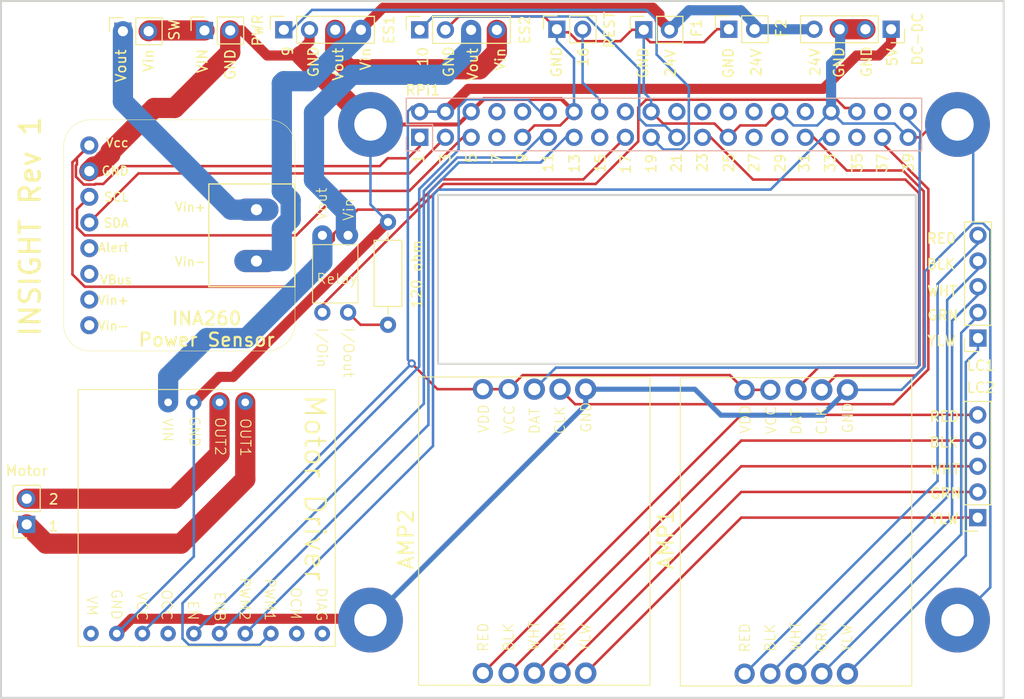
<source format=kicad_pcb>
(kicad_pcb (version 20221018) (generator pcbnew)
  (layers (0 "F.Cu" signal) (31 "B.Cu" signal) (34 "B.Paste" user) (35 "F.Paste" user) (36 "B.SilkS" user "B.Silkscreen") (37 "F.SilkS" user "F.Silkscreen") (38 "B.Mask" user) (39 "F.Mask" user) (44 "Edge.Cuts" user))
  (net 0 "")
  (net 1 "GND")
  (net 2 "+5V")
  (net 3 "Net-(J1-DAT)")
  (net 4 "Net-(J1-CLK)")
  (net 5 "Net-(J1-RED)")
  (net 6 "Net-(J1-BLK)")
  (net 7 "Net-(J1-WHT)")
  (net 8 "Net-(J1-GRN)")
  (net 9 "Net-(J1-YLW)")
  (net 10 "Net-(J2-DAT)")
  (net 11 "Net-(J2-CLK)")
  (net 12 "Net-(J12-Pin_5)")
  (net 13 "Net-(J12-Pin_4)")
  (net 14 "Net-(J12-Pin_3)")
  (net 15 "Net-(J12-Pin_2)")
  (net 16 "Net-(J12-Pin_1)")
  (net 17 "Net-(J3-VIN)")
  (net 18 "Net-(J4-V_out)")
  (net 19 "Net-(J10-GPIO)")
  (net 20 "Net-(J11-OUT1)")
  (net 21 "Net-(J11-OUT2)")
  (net 22 "+3.3V")
  (net 23 "Net-(PS1-SCL)")
  (net 24 "Net-(PS1-SDA)")
  (net 29 "Net-(U1-I{slash}O_out)")
  (net 33 "Net-(RPi1-IO17)")
  (net 34 "Net-(RPi1-IO18)")
  (net 35 "Net-(RPi1-IO27)")
  (net 45 "Net-(RPi1-IO13)")
  (net 47 "Net-(RPi1-IO16)")
  (net 49 "Net-(U1-V_out)")
  (net 54 "Net-(J5-GPIO_9)")
  (net 55 "Net-(J5-Vout)")
  (net 56 "Net-(J14-Vout)")
  (net 57 "Net-(J14-Vin)")
  (net 58 "Net-(J14-GPIO_10)")
  (footprint "Library:MOSFET Relay" (layer "F.Cu") (at 96.52 64.77)
    (fp_text reference "U1" hide)
    (fp_text value "~" hide)
  )
  (footprint "Connector_PinSocket_2.54mm:PinSocket_1x02_P2.54mm_Vertical" (layer "F.Cu") (at 66.04 89.54 180)
    (fp_text reference "J11" hide)
    (fp_text value "Motor")
  )
  (footprint "Connector_PinSocket_2.54mm:PinSocket_1x02_P2.54mm_Vertical" (layer "F.Cu") (at 135.41 40.5804 90)
    (fp_text reference "J8" hide)
    (fp_text value "Fan 2" hide)
  )
  (footprint "MountingHole:MountingHole_3.2mm_M3_Pad" (layer "F.Cu") (at 100 99)
    (fp_text reference "H3" hide)
    (fp_text value "MountingHole_Pad" hide)
  )
  (footprint "Connector_PinSocket_2.54mm:PinSocket_1x05_P2.54mm_Vertical" (layer "F.Cu") (at 159.995 88.87 180)
    (fp_text reference "J13" hide)
    (fp_text value locked "Load Cell 2")
  )
  (footprint "Connector_PinSocket_2.54mm:PinSocket_1x04_P2.54mm_Vertical" (layer "F.Cu") (at 104.8646 40.6465 90)
    (fp_text reference "J5" hide)
    (fp_text value "ES2")
  )
  (footprint "Connector_PinSocket_2.54mm:PinSocket_1x02_P2.54mm_Vertical" (layer "F.Cu") (at 83.6027 40.7027 90)
    (fp_text reference "J3" hide)
    (fp_text value "Power In" hide)
  )
  (footprint "Connector_PinSocket_2.54mm:PinSocket_1x02_P2.54mm_Vertical" (layer "F.Cu") (at 118.4206 40.5854 90)
    (fp_text reference "J10" hide)
    (fp_text value "Rest Switch" hide)
  )
  (footprint "MountingHole:MountingHole_3.2mm_M3_Pad" (layer "F.Cu") (at 100 50)
    (fp_text reference "H1" hide)
    (fp_text value "MountingHole_Pad" hide)
  )
  (footprint "Library:HX711 Amplifier" (layer "F.Cu") (at 142.0464 90.2681 90)
    (fp_text reference "J2" hide)
    (fp_text value "HX711 AMP 1" hide)
  )
  (footprint "Connector_PinSocket_2.54mm:PinSocket_1x04_P2.54mm_Vertical" (layer "F.Cu") (at 151.4406 40.5854 -90)
    (fp_text reference "J9" hide)
    (fp_text value "DC-DC Converter" hide)
  )
  (footprint "MountingHole:MountingHole_3.2mm_M3_Pad" (layer "F.Cu") (at 158 50)
    (fp_text reference "H2" hide)
    (fp_text value "MountingHole_Pad" hide)
  )
  (footprint "Connector_PinSocket_2.54mm:PinSocket_1x04_P2.54mm_Vertical" (layer "F.Cu") (at 91.44 40.64 90)
    (fp_text reference "J14" hide)
    (fp_text value "ES1")
  )
  (footprint "Library:Motor_Driver" (layer "F.Cu") (at 83.82 88.9 -90)
    (fp_text reference "U2" hide)
    (fp_text value "~")
  )
  (footprint "Resistor_THT:R_Axial_DIN0207_L6.3mm_D2.5mm_P10.16mm_Horizontal" (layer "F.Cu") (at 101.7331 59.6417 -90)
    (fp_text reference "120 ohm")
    (fp_text value "R")
  )
  (footprint "Library:HX711 Amplifier" (layer "F.Cu") (at 116.1893 90.203 90)
    (fp_text reference "J1" hide)
    (fp_text value "HX711 AMP 2" hide)
  )
  (footprint "Connector_PinSocket_2.54mm:PinSocket_1x02_P2.54mm_Vertical" (layer "F.Cu") (at 127 40.64 90)
    (fp_text reference "J7" hide)
    (fp_text value "Fan 1" hide)
  )
  (footprint "Library:Power Sensor" (layer "F.Cu") (at 78.74 62.4088 -90)
    (fp_text reference "PS1" hide)
    (fp_text value "~" hide)
  )
  (footprint "Connector_PinSocket_2.54mm:PinSocket_1x02_P2.54mm_Vertical" (layer "F.Cu") (at 75.5449 40.7769 90)
    (fp_text reference "J4" hide)
    (fp_text value "SW")
  )
  (footprint "Connector_PinSocket_2.54mm:PinSocket_1x05_P2.54mm_Vertical" (layer "F.Cu") (at 160.02 71.12 180)
    (fp_text reference "J12" hide)
    (fp_text value "Load Cell 1" hide)
  )
  (footprint "MountingHole:MountingHole_3.2mm_M3_Pad" (layer "F.Cu") (at 158 99)
    (fp_text reference "H4" hide)
    (fp_text value "MountingHole_Pad" hide)
  )
  (footprint "Connector_PinSocket_2.54mm:PinSocket_2x20_P2.54mm_Vertical" (layer "B.Cu") (at 104.87 51.27 -90)
    (fp_text reference "RPi1")
    (fp_text value "~")
  )
  (gr_rect (start 106.68 56.968374) (end 153.879888 73.66) (stroke (width 0.2)) (fill none) (layer "Edge.Cuts"))
  (gr_rect (start 63.5 37.791776) (end 162.56 106.68) (stroke (width 0.2)) (fill none) (layer "Edge.Cuts"))
  (gr_text "GRN" (at 155.212468 87.060125) (layer "F.SilkS") (effects (font (size 1 1)) (justify left bottom)))
  (gr_text "13" (at 120.747995 54.920751 90) (layer "F.SilkS") (effects (font (size 1 1)) (justify left bottom)))
  (gr_text "9" (at 115.579305 53.913481 90) (layer "F.SilkS") (effects (font (size 1 1)) (justify left bottom)))
  (gr_text "GRN" (at 154.928892 69.455697) (layer "F.SilkS") (effects (font (size 1 1)) (justify left bottom)))
  (gr_text "RED" (at 155.142248 79.455662) (layer "F.SilkS") (effects (font (size 1 1)) (justify left bottom)))
  (gr_text "GND\n" (at 118.976041 45.441823 90) (layer "F.SilkS") (effects (font (size 1 1)) (justify left bottom)))
  (gr_text "PWR" (at 89.446296 42.36572 90) (layer "F.SilkS") (effects (font (size 1 1)) (justify left bottom)))
  (gr_text "37" (at 151.132415 54.865378 90) (layer "F.SilkS") (effects (font (size 1 1)) (justify left bottom)))
  (gr_text "GND\n" (at 108.320394 45.427758 90) (layer "F.SilkS") (effects (font (size 1 1)) (justify left bottom)))
  (gr_text "24V\n" (at 130.224728 45.41619 90) (layer "F.SilkS") (effects (font (size 1 1)) (justify left bottom)))
  (gr_text "15" (at 123.291902 54.891342 90) (layer "F.SilkS") (effects (font (size 1 1)) (justify left bottom)))
  (gr_text "GND\n" (at 149.60543 45.426049 90) (layer "F.SilkS") (effects (font (size 1 1)) (justify left bottom)))
  (gr_text "YLW" (at 154.928892 71.976151) (layer "F.SilkS") (effects (font (size 1 1)) (justify left bottom)))
  (gr_text "GND\n" (at 127.500174 45.531855 90) (layer "F.SilkS") (effects (font (size 1 1)) (justify left bottom)))
  (gr_text "1" (at 68.101746 90.296744) (layer "F.SilkS") (effects (font (size 1 1)) (justify left bottom)))
  (gr_text "Vout" (at 97.386845 45.771186 90) (layer "F.SilkS") (effects (font (size 1 1)) (justify left bottom)))
  (gr_text "YLW" (at 155.212468 89.580579) (layer "F.SilkS") (effects (font (size 1 1)) (justify left bottom)))
  (gr_text "33" (at 146.004163 54.854349 90) (layer "F.SilkS") (effects (font (size 1 1)) (justify left bottom)))
  (gr_text "19" (at 128.323419 54.92052 90) (layer "F.SilkS") (effects (font (size 1 1)) (justify left bottom)))
  (gr_text "29" (at 141.072364 54.898463 90) (layer "F.SilkS") (effects (font (size 1 1)) (justify left bottom)))
  (gr_text "GND\n" (at 94.954137 45.420516 90) (layer "F.SilkS") (effects (font (size 1 1)) (justify left bottom)))
  (gr_text "24V" (at 144.525405 45.319661 90) (layer "F.SilkS") (effects (font (size 1 1)) (justify left bottom)))
  (gr_text "7" (at 113.11329 53.968393 90) (layer "F.SilkS") (effects (font (size 1 1)) (justify left bottom)))
  (gr_text "VIN" (at 83.986209 45.017392 90) (layer "F.SilkS") (effects (font (size 1 1)) (justify left bottom)))
  (gr_text "WHT" (at 154.912413 67.064152) (layer "F.SilkS") (effects (font (size 1 1)) (justify left bottom)))
  (gr_text "24V\n" (at 138.704628 45.356545 90) (layer "F.SilkS") (effects (font (size 1 1)) (justify left bottom)))
  (gr_text "Vin\n" (at 100.106322 44.745862 90) (layer "F.SilkS") (effects (font (size 1 1)) (justify left bottom)))
  (gr_text "REST" (at 124.205579 42.546425 90) (layer "F.SilkS") (effects (font (size 1 1)) (justify left bottom)))
  (gr_text "F1" (at 132.812911 41.468016 90) (layer "F.SilkS") (effects (font (size 1 1)) (justify left bottom)))
  (gr_text "5" (at 110.554679 53.916927 90) (layer "F.SilkS") (effects (font (size 1 1)) (justify left bottom)))
  (gr_text "31" (at 143.445551 54.843321 90) (layer "F.SilkS") (effects (font (size 1 1)) (justify left bottom)))
  (gr_text "39" (at 153.746169 54.832292 90) (layer "F.SilkS") (effects (font (size 1 1)) (justify left bottom)))
  (gr_text "BLK" (at 154.858672 64.403952) (layer "F.SilkS") (effects (font (size 1 1)) (justify left bottom)))
  (gr_text "5V\n" (at 152.145443 44.362169 90) (layer "F.SilkS") (effects (font (size 1 1)) (justify left bottom)))
  (gr_text "35" (at 148.684088 54.832292 90) (layer "F.SilkS") (effects (font (size 1 1)) (justify left bottom)))
  (gr_text "LC2" (at 158.812247 76.604191) (layer "F.SilkS") (effects (font (size 1 1)) (justify left bottom)))
  (gr_text "3" (at 107.983423 53.935538 90) (layer "F.SilkS") (effects (font (size 1 1)) (justify left bottom)))
  (gr_text "23" (at 133.3855 54.821264 90) (layer "F.SilkS") (effects (font (size 1 1)) (justify left bottom)))
  (gr_text "Vout" (at 110.688438 45.803657 90) (layer "F.SilkS") (effects (font (size 1 1)) (justify left bottom)))
  (gr_text "27" (at 138.480667 54.854349 90) (layer "F.SilkS") (effects (font (size 1 1)) (justify left bottom)))
  (gr_text "BLK" (at 155.142248 82.00838) (layer "F.SilkS") (effects (font (size 1 1)) (justify left bottom)))
  (gr_text "GND\n" (at 135.942349 45.5574 90) (layer "F.SilkS") (effects (font (size 1 1)) (justify left bottom)))
  (gr_text "LC1" (at 158.812247 74.42608) (layer "F.SilkS") (effects (font (size 1 1)) (justify left bottom)))
  (gr_text "GND\n" (at 146.879239 45.479243 90) (layer "F.SilkS") (effects (font (size 1 1)) (justify left bottom)))
  (gr_text "F2" (at 141.16614 41.480193 90) (layer "F.SilkS") (effects (font (size 1 1)) (justify left bottom)))
  (gr_text "Vin\n" (at 113.407915 44.778333 90) (layer "F.SilkS") (effects (font (size 1 1)) (justify left bottom)))
  (gr_text "1" (at 105.37794 53.960353 90) (layer "F.SilkS") (effects (font (size 1 1)) (justify left bottom)))
  (gr_text "Vin\n" (at 78.659808 44.900559 90) (layer "F.SilkS") (effects (font (size 1 1)) (justify left bottom)))
  (gr_text "Vout" (at 75.940331 45.925883 90) (layer "F.SilkS") (effects (font (size 1 1)) (justify left bottom)))
  (gr_text "RED" (at 154.858672 61.851234) (layer "F.SilkS") (effects (font (size 1 1)) (justify left bottom)))
  (gr_text "INSIGHT Rev 1" (at 67.550636 71.12 90) (layer "F.SilkS") (effects (font (size 2 2) (thickness 0.3)) (justify left bottom)))
  (gr_text "DC-DC" (at 154.631548 44.268078 90) (layer "F.SilkS") (effects (font (size 1 1)) (justify left bottom)))
  (gr_text "10" (at 105.766187 44.332729 90) (layer "F.SilkS") (effects (font (size 1 1)) (justify left bottom)))
  (gr_text "GND\n" (at 86.732977 45.695166 90) (layer "F.SilkS") (effects (font (size 1 1)) (justify left bottom)))
  (gr_text "WHT" (at 155.195989 84.66858) (layer "F.SilkS") (effects (font (size 1 1)) (justify left bottom)))
  (gr_text "11" (at 118.123212 54.825171 90) (layer "F.SilkS") (effects (font (size 1 1)) (justify left bottom)))
  (gr_text "9" (at 92.420504 43.334238 90) (layer "F.SilkS") (effects (font (size 1 1)) (justify left bottom)))
  (gr_text "16" (at 121.61177 44.374405 90) (layer "F.SilkS") (effects (font (size 1 1)) (justify left bottom)))
  (gr_text "21" (at 130.826889 54.865378 90) (layer "F.SilkS") (effects (font (size 1 1)) (justify left bottom)))
  (gr_text "25" (at 135.999254 54.832292 90) (layer "F.SilkS") (effects (font (size 1 1)) (justify left bottom)))
  (gr_text "17" (at 125.786865 54.975663 90) (layer "F.SilkS") (effects (font (size 1 1)) (justify left bottom)))
  (gr_text "2" (at 68.129144 87.639176) (layer "F.SilkS") (effects (font (size 1 1)) (justify left bottom)))
  (segment (start 153.13 51.27) (end 154.3069 51.27) (width 0.25) (layer "F.Cu") (net 1))
  (segment (start 73.08915 54.158956) (end 72.674944 54.158956) (width 2) (layer "F.Cu") (net 1))
  (segment (start 108.68 50) (end 100 50) (width 0.4) (layer "F.Cu") (net 1))
  (segment (start 100 50) (end 93.18 43.18) (width 2) (layer "F.Cu") (net 1))
  (segment (start 155.5769 50) (end 154.3069 51.27) (width 0.25) (layer "F.Cu") (net 1))
  (segment (start 101.7331 59.6417) (end 86.4219 74.9529) (width 1) (layer "F.Cu") (net 1))
  (segment (start 86.1427 42.875866) (end 80.651358 48.367208) (width 2) (layer "F.Cu") (net 1))
  (segment (start 108.7296 39.3215) (end 117.1567 39.3215) (width 0.25) (layer "F.Cu") (net 1))
  (segment (start 119.5975 40.8867) (end 120.4731 41.7623) (width 0.25) (layer "F.Cu") (net 1))
  (segment (start 86.1427 40.7027) (end 87.3196 40.7027) (width 1) (layer "F.Cu") (net 1))
  (segment (start 118.4206 40.5854) (end 118.7219 40.8867) (width 0.25) (layer "F.Cu") (net 1))
  (segment (start 89.7969 43.18) (end 92.6154 43.18) (width 1) (layer "F.Cu") (net 1))
  (segment (start 124.7008 41.7623) (end 125.8231 40.64) (width 0.25) (layer "F.Cu") (net 1))
  (segment (start 74.312857 52.935249) (end 73.08915 54.158956) (width 2) (layer "F.Cu") (net 1))
  (segment (start 93.98 41.8154) (end 93.98 40.64) (width 1) (layer "F.Cu") (net 1))
  (segment (start 158 50) (end 155.5769 50) (width 0.25) (layer "F.Cu") (net 1))
  (segment (start 125.8231 40.64) (end 126.4116 40.64) (width 0.25) (layer "F.Cu") (net 1))
  (segment (start 99.868 98.868) (end 100 99) (width 1) (layer "F.Cu") (net 1))
  (segment (start 118.86 47.48) (end 120.11 48.73) (width 0.4) (layer "F.Cu") (net 1))
  (segment (start 117.1567 39.3215) (end 118.4206 40.5854) (width 0.25) (layer "F.Cu") (net 1))
  (segment (start 109.95 48.73) (end 108.68 50) (width 0.4) (layer "F.Cu") (net 1))
  (segment (start 109.95 48.73) (end 111.2 47.48) (width 0.4) (layer "F.Cu") (net 1))
  (segment (start 92.6154 43.18) (end 93.98 41.8154) (width 1) (layer "F.Cu") (net 1))
  (segment (start 127.6386 41.867) (end 132.9465 41.867) (width 0.25) (layer "F.Cu") (net 1))
  (segment (start 84.484419 98.868) (end 99.868 98.868) (width 1) (layer "F.Cu") (net 1))
  (segment (start 78.632792 48.367208) (end 74.312857 52.687143) (width 2) (layer "F.Cu") (net 1))
  (segment (start 133.985 49.905) (end 135.35 51.27) (width 0.25) (layer "F.Cu") (net 1))
  (segment (start 107.4046 40.6465) (end 108.7296 39.3215) (width 0.25) (layer "F.Cu") (net 1))
  (segment (start 128.905 49.905) (end 133.985 49.905) (width 0.25) (layer "F.Cu") (net 1))
  (segment (start 127 40.64) (end 126.4116 40.64) (width 0.25) (layer "F.Cu") (net 1))
  (segment (start 76.392 98.868) (end 83.155581 98.868) (width 1) (layer "F.Cu") (net 1))
  (segment (start 80.651358 48.367208) (end 78.632792 48.367208) (width 2) (layer "F.Cu") (net 1))
  (segment (start 140.43 48.73) (end 139.065 50.095) (width 0.25) (layer "F.Cu") (net 1))
  (segment (start 72.674944 54.158956) (end 72.2239 54.61) (width 2) (layer "F.Cu") (net 1))
  (segment (start 148.9006 40.5854) (end 146.3606 40.5854) (width 2) (layer "F.Cu") (net 1))
  (segment (start 84.352419 99) (end 84.484419 98.868) (width 1) (layer "F.Cu") (net 1))
  (segment (start 74.93 100.33) (end 76.392 98.868) (width 1) (layer "F.Cu") (net 1))
  (segment (start 83.155581 98.868) (end 83.287581 99) (width 1) (layer "F.Cu") (net 1))
  (segment (start 136.525 50.095) (end 135.35 51.27) (width 0.25) (layer "F.Cu") (net 1))
  (segment (start 116.205 50.095) (end 118.745 50.095) (width 0.25) (layer "F.Cu") (net 1))
  (segment (start 126.4116 40.64) (end 127.6386 41.867) (width 0.25) (layer "F.Cu") (net 1))
  (segment (start 85.0671 74.9529) (end 82.55 77.47) (width 1) (layer "F.Cu") (net 1))
  (segment (start 111.2 47.48) (end 118.86 47.48) (width 0.4) (layer "F.Cu") (net 1))
  (segment (start 115.03 51.27) (end 116.205 50.095) (width 0.25) (layer "F.Cu") (net 1))
  (segment (start 86.4219 74.9529) (end 85.0671 74.9529) (width 1) (layer "F.Cu") (net 1))
  (segment (start 118.745 50.095) (end 120.11 48.73) (width 0.25) (layer "F.Cu") (net 1))
  (segment (start 86.1427 40.7027) (end 86.1427 42.875866) (width 2) (layer "F.Cu") (net 1))
  (segment (start 118.7219 40.8867) (end 119.5975 40.8867) (width 0.25) (layer "F.Cu") (net 1))
  (segment (start 83.287581 99) (end 84.352419 99) (width 1) (layer "F.Cu") (net 1))
  (segment (start 127.73 48.73) (end 128.905 49.905) (width 0.25) (layer "F.Cu") (net 1))
  (segment (start 139.065 50.095) (end 136.525 50.095) (width 0.25) (layer "F.Cu") (net 1))
  (segment (start 135.41 40.5804) (end 134.2331 40.5804) (width 0.25) (layer "F.Cu") (net 1))
  (segment (start 132.9465 41.867) (end 134.2331 40.5804) (width 0.25) (layer "F.Cu") (net 1))
  (segment (start 93.18 43.18) (end 92.6154 43.18) (width 0.25) (layer "F.Cu") (net 1))
  (segment (start 120.4731 41.7623) (end 124.7008 41.7623) (width 0.25) (layer "F.Cu") (net 1))
  (segment (start 74.312857 52.687143) (end 74.312857 52.935249) (width 2) (layer "F.Cu") (net 1))
  (segment (start 87.3196 40.7027) (end 89.7969 43.18) (width 1) (layer "F.Cu") (net 1))
  (segment (start 127 40.64) (end 127 46.8231) (width 0.25) (layer "B.Cu") (net 1))
  (segment (start 151.765 49.905) (end 153.13 51.27) (width 0.25) (layer "B.Cu") (net 1))
  (segment (start 154.7636 73.9429) (end 152.4719 76.2346) (width 0.25) (layer "B.Cu") (net 1))
  (segment (start 159.5488 51.5488) (end 159.5488 59.7547) (width 0.25) (layer "B.Cu") (net 1))
  (segment (start 118.4206 41.7623) (end 120.11 43.4517) (width 0.25) (layer "B.Cu") (net 1))
  (segment (start 159.5488 59.7547) (end 154.7636 64.5399) (width 0.25) (layer "B.Cu") (net 1))
  (segment (start 74.93 100.33) (end 82.55 92.71) (width 0.25) (layer "B.Cu") (net 1))
  (segment (start 132.0495 76.1695) (end 134.62 78.74) (width 0.5) (layer "B.Cu") (net 1))
  (segment (start 158 99) (end 161.2388 95.7612) (width 0.25) (layer "B.Cu") (net 1))
  (segment (start 146.400419 40.625219) (end 146.3606 40.5854) (width 0.25) (layer "B.Cu") (net 1))
  (segment (start 82.55 92.71) (end 82.55 77.47) (width 0.25) (layer "B.Cu") (net 1))
  (segment (start 127.73 48.73) (end 127.73 47.5531) (width 0.25) (layer "B.Cu") (net 1))
  (segment (start 144.7005 78.74) (end 144.78 78.6605) (width 0.25) (layer "B.Cu") (net 1))
  (segment (start 121.2693 76.1695) (end 132.0495 76.1695) (width 0.5) (layer "B.Cu") (net 1))
  (segment (start 101.7331 59.6417) (end 100 57.9086) (width 0.25) (layer "B.Cu") (net 1))
  (segment (start 120.11 43.4517) (end 120.11 48.73) (width 0.25) (layer "B.Cu") (net 1))
  (segment (start 144.78 78.581) (end 147.1264 76.2346) (width 0.5) (layer "B.Cu") (net 1))
  (segment (start 127 46.8231) (end 127.73 47.5531) (width 0.25) (layer "B.Cu") (net 1))
  (segment (start 154.7636 64.5399) (end 154.7636 73.9429) (width 0.25) (layer "B.Cu") (net 1))
  (segment (start 145.51 48.73) (end 145.51 43.99559) (width 1) (layer "B.Cu") (net 1))
  (segment (start 161.2388 95.7612) (end 161.2388 60.494) (width 0.25) (layer "B.Cu") (net 1))
  (segment (start 161.2388 60.494) (end 160.4995 59.7547) (width 0.25) (layer "B.Cu") (net 1))
  (segment (start 146.400419 43.105171) (end 146.400419 40.625219) (width 1) (layer "B.Cu") (net 1))
  (segment (start 118.4206 40.5854) (end 118.4206 41.7623) (width 0.25) (layer "B.Cu") (net 1))
  (segment (start 145.51 43.99559) (end 146.400419 43.105171) (width 1) (layer "B.Cu") (net 1))
  (segment (start 141.795 50.095) (end 144.145 50.095) (width 0.25) (layer "B.Cu") (net 1))
  (segment (start 160.4995 59.7547) (end 159.5488 59.7547) (width 0.25) (layer "B.Cu") (net 1))
  (segment (start 145.51 48.73) (end 146.685 49.905) (width 0.25) (layer "B.Cu") (net 1))
  (segment (start 152.4719 76.2346) (end 147.1264 76.2346) (width 0.25) (layer "B.Cu") (net 1))
  (segment (start 158 50) (end 159.5488 51.5488) (width 0.25) (layer "B.Cu") (net 1))
  (segment (start 144.78 78.6605) (end 144.78 78.581) (width 0.25) (layer "B.Cu") (net 1))
  (segment (start 100 99) (end 121.2693 77.7307) (width 0.5) (layer "B.Cu") (net 1))
  (segment (start 144.145 50.095) (end 145.51 48.73) (width 0.25) (layer "B.Cu") (net 1))
  (segment (start 134.62 78.74) (end 144.7005 78.74) (width 0.5) (layer "B.Cu") (net 1))
  (segment (start 100 57.9086) (end 100 50) (width 0.25) (layer "B.Cu") (net 1))
  (segment (start 146.685 49.905) (end 151.765 49.905) (width 0.25) (layer "B.Cu") (net 1))
  (segment (start 121.2693 77.7307) (end 121.2693 76.1695) (width 0.5) (layer "B.Cu") (net 1))
  (segment (start 140.43 48.73) (end 141.795 50.095) (width 0.25) (layer "B.Cu") (net 1))
  (segment (start 115.043 74.7758) (end 135.5076 74.7758) (width 0.25) (layer "F.Cu") (net 2))
  (segment (start 113.6493 76.1695) (end 115.043 74.7758) (width 0.25) (layer "F.Cu") (net 2))
  (segment (start 106.6206 76.1695) (end 104.0808 73.6297) (width 0.25) (layer "F.Cu") (net 2))
  (segment (start 113.6493 76.1695) (end 111.1093 76.1695) (width 0.25) (layer "F.Cu") (net 2))
  (segment (start 144.739218 46.477682) (end 109.662318 46.477682) (width 1) (layer "F.Cu") (net 2))
  (segment (start 135.5076 74.7758) (end 136.9664 76.2346) (width 0.25) (layer "F.Cu") (net 2))
  (segment (start 148.0369 43.18) (end 144.739218 46.477682) (width 1) (layer "F.Cu") (net 2))
  (segment (start 111.1093 76.1695) (end 106.6206 76.1695) (width 0.25) (layer "F.Cu") (net 2))
  (segment (start 139.5064 76.2346) (end 136.9664 76.2346) (width 0.25) (layer "F.Cu") (net 2))
  (segment (start 150.21845 43.18) (end 148.0369 43.18) (width 1) (layer "F.Cu") (net 2))
  (segment (start 109.662318 46.477682) (end 107.41 48.73) (width 1) (layer "F.Cu") (net 2))
  (segment (start 151.4406 41.95785) (end 150.21845 43.18) (width 1) (layer "F.Cu") (net 2))
  (segment (start 151.4406 40.5854) (end 151.4406 41.95785) (width 1) (layer "F.Cu") (net 2))
  (via (at 104.0808 73.6297) (size 0.8) (drill 0.4) (layers "F.Cu" "B.Cu") (net 2))
  (segment (start 104.0808 73.6297) (end 77.47 100.2405) (width 0.25) (layer "B.Cu") (net 2))
  (segment (start 103.695 48.705) (end 103.695 73.2439) (width 0.25) (layer "B.Cu") (net 2))
  (segment (start 104.14 48.26) (end 103.695 48.705) (width 0.25) (layer "B.Cu") (net 2))
  (segment (start 77.47 100.2405) (end 77.47 100.33) (width 0.25) (layer "B.Cu") (net 2))
  (segment (start 104.87 48.73) (end 107.41 48.73) (width 0.25) (layer "B.Cu") (net 2))
  (segment (start 105.3952 48.26) (end 104.14 48.26) (width 0.25) (layer "B.Cu") (net 2))
  (segment (start 103.695 73.2439) (end 104.0808 73.6297) (width 0.25) (layer "B.Cu") (net 2))
  (segment (start 153.13 48.73) (end 153.13 49.5391) (width 0.25) (layer "B.Cu") (net 3))
  (segment (start 154.2593 51.8051) (end 154.2593 73.8059) (width 0.25) (layer "B.Cu") (net 3))
  (segment (start 154.3132 51.7512) (end 154.2593 51.8051) (width 0.25) (layer "B.Cu") (net 3))
  (segment (start 154.3132 50.7223) (end 154.3132 51.7512) (width 0.25) (layer "B.Cu") (net 3))
  (segment (start 118.321 74.0378) (end 116.1893 76.1695) (width 0.25) (layer "B.Cu") (net 3))
  (segment (start 153.13 49.5391) (end 154.3132 50.7223) (width 0.25) (layer "B.Cu") (net 3))
  (segment (start 154.2593 73.8059) (end 154.0274 74.0378) (width 0.25) (layer "B.Cu") (net 3))
  (segment (start 154.0274 74.0378) (end 118.321 74.0378) (width 0.25) (layer "B.Cu") (net 3))
  (segment (start 151.6765 77.6554) (end 120.2152 77.6554) (width 0.25) (layer "F.Cu") (net 4))
  (segment (start 150.59 51.27) (end 150.59 51.8585) (width 0.25) (layer "F.Cu") (net 4))
  (segment (start 120.2152 77.6554) (end 118.7293 76.1695) (width 0.25) (layer "F.Cu") (net 4))
  (segment (start 150.59 51.8585) (end 155.1173 56.3858) (width 0.25) (layer "F.Cu") (net 4))
  (segment (start 155.1173 74.2146) (end 151.6765 77.6554) (width 0.25) (layer "F.Cu") (net 4))
  (segment (start 155.1173 56.3858) (end 155.1173 74.2146) (width 0.25) (layer "F.Cu") (net 4))
  (segment (start 111.1093 104.2365) (end 136.6358 78.71) (width 0.25) (layer "F.Cu") (net 5))
  (segment (start 136.6358 78.71) (end 159.995 78.71) (width 0.25) (layer "F.Cu") (net 5))
  (segment (start 159.995 81.25) (end 136.6358 81.25) (width 0.25) (layer "F.Cu") (net 6))
  (segment (start 136.6358 81.25) (end 113.6493 104.2365) (width 0.25) (layer "F.Cu") (net 6))
  (segment (start 136.6358 83.79) (end 116.1893 104.2365) (width 0.25) (layer "F.Cu") (net 7))
  (segment (start 159.995 83.79) (end 136.6358 83.79) (width 0.25) (layer "F.Cu") (net 7))
  (segment (start 136.6358 86.33) (end 118.7293 104.2365) (width 0.25) (layer "F.Cu") (net 8))
  (segment (start 159.995 86.33) (end 136.6358 86.33) (width 0.25) (layer "F.Cu") (net 8))
  (segment (start 136.6358 88.87) (end 121.2693 104.2365) (width 0.25) (layer "F.Cu") (net 9))
  (segment (start 159.995 88.87) (end 136.6358 88.87) (width 0.25) (layer "F.Cu") (net 9))
  (segment (start 137.791 55.442) (end 152.8496 55.442) (width 0.25) (layer "F.Cu") (net 10))
  (segment (start 154.2081 56.8005) (end 154.2081 73.8109) (width 0.25) (layer "F.Cu") (net 10))
  (segment (start 133.619 51.27) (end 137.791 55.442) (width 0.25) (layer "F.Cu") (net 10))
  (segment (start 153.9853 74.0337) (end 144.2473 74.0337) (width 0.25) (layer "F.Cu") (net 10))
  (segment (start 154.2081 73.8109) (end 153.9853 74.0337) (width 0.25) (layer "F.Cu") (net 10))
  (segment (start 152.8496 55.442) (end 154.2081 56.8005) (width 0.25) (layer "F.Cu") (net 10))
  (segment (start 144.2473 74.0337) (end 142.0464 76.2346) (width 0.25) (layer "F.Cu") (net 10))
  (segment (start 132.81 51.27) (end 133.619 51.27) (width 0.25) (layer "F.Cu") (net 10))
  (segment (start 145.9991 74.8219) (end 144.5864 76.2346) (width 0.25) (layer "F.Cu") (net 11))
  (segment (start 142.97 51.27) (end 143.7811 51.27) (width 0.25) (layer "F.Cu") (net 11))
  (segment (start 152.6108 54.5473) (end 154.6602 56.5967) (width 0.25) (layer "F.Cu") (net 11))
  (segment (start 154.6602 56.5967) (end 154.6602 74.0006) (width 0.25) (layer "F.Cu") (net 11))
  (segment (start 147.0584 54.5473) (end 152.6108 54.5473) (width 0.25) (layer "F.Cu") (net 11))
  (segment (start 143.7811 51.27) (end 147.0584 54.5473) (width 0.25) (layer "F.Cu") (net 11))
  (segment (start 154.6602 74.0006) (end 153.8389 74.8219) (width 0.25) (layer "F.Cu") (net 11))
  (segment (start 153.8389 74.8219) (end 145.9991 74.8219) (width 0.25) (layer "F.Cu") (net 11))
  (segment (start 156.0287 65.7604) (end 156.0287 85.2393) (width 0.25) (layer "B.Cu") (net 12))
  (segment (start 160.02 60.96) (end 160.02 61.7691) (width 0.25) (layer "B.Cu") (net 12))
  (segment (start 160.02 61.7691) (end 156.0287 65.7604) (width 0.25) (layer "B.Cu") (net 12))
  (segment (start 156.0287 85.2393) (end 136.9664 104.3016) (width 0.25) (layer "B.Cu") (net 12))
  (segment (start 156.9751 86.8329) (end 156.9751 67.354) (width 0.25) (layer "B.Cu") (net 13))
  (segment (start 156.9751 67.354) (end 160.02 64.3091) (width 0.25) (layer "B.Cu") (net 13))
  (segment (start 139.5064 104.3016) (end 156.9751 86.8329) (width 0.25) (layer "B.Cu") (net 13))
  (segment (start 160.02 64.3091) (end 160.02 63.5) (width 0.25) (layer "B.Cu") (net 13))
  (segment (start 157.4624 69.4067) (end 157.4624 88.8856) (width 0.25) (layer "B.Cu") (net 14))
  (segment (start 160.02 66.8491) (end 157.4624 69.4067) (width 0.25) (layer "B.Cu") (net 14))
  (segment (start 157.4624 88.8856) (end 142.0464 104.3016) (width 0.25) (layer "B.Cu") (net 14))
  (segment (start 160.02 66.04) (end 160.02 66.8491) (width 0.25) (layer "B.Cu") (net 14))
  (segment (start 158.3662 70.6016) (end 158.3662 90.5218) (width 0.25) (layer "B.Cu") (net 15))
  (segment (start 158.3662 90.5218) (end 144.5864 104.3016) (width 0.25) (layer "B.Cu") (net 15))
  (segment (start 160.02 68.58) (end 160.02 68.9478) (width 0.25) (layer "B.Cu") (net 15))
  (segment (start 160.02 68.9478) (end 158.3662 70.6016) (width 0.25) (layer "B.Cu") (net 15))
  (segment (start 158.8181 92.6099) (end 147.1264 104.3016) (width 0.25) (layer "B.Cu") (net 16))
  (segment (start 160.02 71.12) (end 160.02 72.2969) (width 0.25) (layer "B.Cu") (net 16))
  (segment (start 158.8181 73.4988) (end 158.8181 92.6099) (width 0.25) (layer "B.Cu") (net 16))
  (segment (start 160.02 72.2969) (end 158.8181 73.4988) (width 0.25) (layer "B.Cu") (net 16))
  (segment (start 83.6027 40.7027) (end 78.1591 40.7027) (width 2) (layer "F.Cu") (net 17))
  (segment (start 78.1591 40.7027) (end 78.0849 40.7769) (width 2) (layer "F.Cu") (net 17))
  (segment (start 75.5449 40.7769) (end 75.5449 47.7423) (width 2) (layer "B.Cu") (net 18))
  (segment (start 88.7339 58.42) (end 86.2226 58.42) (width 2) (layer "B.Cu") (net 18))
  (segment (start 75.5449 47.7423) (end 86.2226 58.42) (width 2) (layer "B.Cu") (net 18))
  (segment (start 120.9606 40.5854) (end 120.9606 45.8637) (width 0.25) (layer "B.Cu") (net 19))
  (segment (start 122.65 48.73) (end 122.65 47.5531) (width 0.25) (layer "B.Cu") (net 19))
  (segment (start 120.9606 45.8637) (end 122.65 47.5531) (width 0.25) (layer "B.Cu") (net 19))
  (segment (start 87.63 85.09) (end 81.28 91.44) (width 2) (layer "F.Cu") (net 20))
  (segment (start 87.63 77.47) (end 87.63 85.09) (width 2) (layer "F.Cu") (net 20))
  (segment (start 81.28 91.44) (end 67.94 91.44) (width 2) (layer "F.Cu") (net 20))
  (segment (start 67.94 91.44) (end 66.04 89.54) (width 2) (layer "F.Cu") (net 20))
  (segment (start 80.64 87) (end 66.04 87) (width 2) (layer "F.Cu") (net 21))
  (segment (start 85.09 77.47) (end 85.09 82.55) (width 2) (layer "F.Cu") (net 21))
  (segment (start 85.09 82.55) (end 80.64 87) (width 2) (layer "F.Cu") (net 21))
  (segment (start 71.675068 55.935) (end 72.772732 55.935) (width 0.25) (layer "F.Cu") (net 22))
  (segment (start 72.2239 52.07) (end 70.9982 53.2957) (width 0.25) (layer "F.Cu") (net 22))
  (segment (start 70.8989 55.158832) (end 71.675068 55.935) (width 0.25) (layer "F.Cu") (net 22))
  (segment (start 96.375 60.784009) (end 96.375 61.425991) (width 0.25) (layer "F.Cu") (net 22))
  (segment (start 125.19 51.27) (end 121.03 55.43) (width 0.25) (layer "F.Cu") (net 22))
  (segment (start 70.5566 53.737213) (end 72.223857 52.069956) (width 0.25) (layer "F.Cu") (net 22))
  (segment (start 71.777045 66.04) (end 70.5566 64.819555) (width 0.25) (layer "F.Cu") (net 22))
  (segment (start 107.036704 55.43) (end 104.046704 58.42) (width 0.25) (layer "F.Cu") (net 22))
  (segment (start 96.375 61.425991) (end 91.760991 66.04) (width 0.25) (layer "F.Cu") (net 22))
  (segment (start 101.6967 53.34) (end 103.6931 53.34) (width 0.25) (layer "F.Cu") (net 22))
  (segment (start 104.87 52.1631) (end 104.87 51.27) (width 0.25) (layer "F.Cu") (net 22))
  (segment (start 104.046704 58.42) (end 98.739009 58.42) (width 0.25) (layer "F.Cu") (net 22))
  (segment (start 70.9982 53.2957) (end 70.9982 53.961868) (width 0.25) (layer "F.Cu") (net 22))
  (segment (start 75.3697 54.1149) (end 100.9218 54.1149) (width 0.25) (layer "F.Cu") (net 22))
  (segment (start 70.8989 54.061168) (end 70.8989 55.158832) (width 0.25) (layer "F.Cu") (net 22))
  (segment (start 91.760991 66.04) (end 71.777045 66.04) (width 0.25) (layer "F.Cu") (net 22))
  (segment (start 103.6931 53.34) (end 104.87 52.1631) (width 0.25) (layer "F.Cu") (net 22))
  (segment (start 70.9982 53.961868) (end 70.8989 54.061168) (width 0.25) (layer "F.Cu") (net 22))
  (segment (start 72.827732 55.88) (end 73.6046 55.88) (width 0.25) (layer "F.Cu") (net 22))
  (segment (start 72.772732 55.935) (end 72.827732 55.88) (width 0.25) (layer "F.Cu") (net 22))
  (segment (start 121.03 55.43) (end 107.036704 55.43) (width 0.25) (layer "F.Cu") (net 22))
  (segment (start 98.739009 58.42) (end 96.375 60.784009) (width 0.25) (layer "F.Cu") (net 22))
  (segment (start 100.9218 54.1149) (end 101.6967 53.34) (width 0.25) (layer "F.Cu") (net 22))
  (segment (start 73.6046 55.88) (end 75.3697 54.1149) (width 0.25) (layer "F.Cu") (net 22))
  (segment (start 70.5566 64.819555) (end 70.5566 53.737213) (width 0.25) (layer "F.Cu") (net 22))
  (segment (start 97.0548 56.5665) (end 92.6613 60.96) (width 0.25) (layer "F.Cu") (net 23))
  (segment (start 109.95 51.27) (end 109.1389 51.27) (width 0.25) (layer "F.Cu") (net 23))
  (segment (start 92.6613 60.96) (end 71.764 60.96) (width 0.25) (layer "F.Cu") (net 23))
  (segment (start 71.0066 58.3673) (end 72.2239 57.15) (width 0.25) (layer "F.Cu") (net 23))
  (segment (start 103.8424 56.5665) (end 97.0548 56.5665) (width 0.25) (layer "F.Cu") (net 23))
  (segment (start 71.764 60.96) (end 71.0066 60.2026) (width 0.25) (layer "F.Cu") (net 23))
  (segment (start 109.1389 51.27) (end 103.8424 56.5665) (width 0.25) (layer "F.Cu") (net 23))
  (segment (start 71.0066 60.2026) (end 71.0066 58.3673) (width 0.25) (layer "F.Cu") (net 23))
  (segment (start 103.8438 54.8362) (end 107.41 51.27) (width 0.25) (layer "F.Cu") (net 24))
  (segment (start 72.2239 59.69) (end 77.0777 54.8362) (width 0.25) (layer "F.Cu") (net 24))
  (segment (start 77.0777 54.8362) (end 103.8438 54.8362) (width 0.25) (layer "F.Cu") (net 24))
  (segment (start 101.7331 69.8017) (end 99.0117 69.8017) (width 0.25) (layer "F.Cu") (net 29))
  (segment (start 99.0117 69.8017) (end 97.79 68.58) (width 0.25) (layer "F.Cu") (net 29))
  (segment (start 105.2714 56.5774) (end 105.2714 77.6086) (width 0.25) (layer "B.Cu") (net 33))
  (segment (start 108.5827 53.2661) (end 105.2714 56.5774) (width 0.25) (layer "B.Cu") (net 33))
  (segment (start 116.7413 51.27) (end 114.7452 53.2661) (width 0.25) (layer "B.Cu") (net 33))
  (segment (start 114.7452 53.2661) (end 108.5827 53.2661) (width 0.25) (layer "B.Cu") (net 33))
  (segment (start 117.57 51.27) (end 116.7413 51.27) (width 0.25) (layer "B.Cu") (net 33))
  (segment (start 105.2714 77.6086) (end 82.55 100.33) (width 0.25) (layer "B.Cu") (net 33))
  (segment (start 108.7155 48.2814) (end 108.7155 52.492) (width 0.25) (layer "B.Cu") (net 34))
  (segment (start 117.57 48.73) (end 116.7609 48.73) (width 0.25) (layer "B.Cu") (net 34))
  (segment (start 82.0644 101.4522) (end 89.0478 101.4522) (width 0.25) (layer "B.Cu") (net 34))
  (segment (start 115.5458 47.5149) (end 109.482 47.5149) (width 0.25) (layer "B.Cu") (net 34))
  (segment (start 81.4331 97.327) (end 81.4331 100.8209) (width 0.25) (layer "B.Cu") (net 34))
  (segment (start 108.7155 52.492) (end 104.818 56.3895) (width 0.25) (layer "B.Cu") (net 34))
  (segment (start 116.7609 48.73) (end 115.5458 47.5149) (width 0.25) (layer "B.Cu") (net 34))
  (segment (start 104.818 73.9421) (end 81.4331 97.327) (width 0.25) (layer "B.Cu") (net 34))
  (segment (start 81.4331 100.8209) (end 82.0644 101.4522) (width 0.25) (layer "B.Cu") (net 34))
  (segment (start 109.482 47.5149) (end 108.7155 48.2814) (width 0.25) (layer "B.Cu") (net 34))
  (segment (start 89.0478 101.4522) (end 90.17 100.33) (width 0.25) (layer "B.Cu") (net 34))
  (segment (start 104.818 56.3895) (end 104.818 73.9421) (width 0.25) (layer "B.Cu") (net 34))
  (segment (start 108.7319 53.7629) (end 116.806 53.7629) (width 0.25) (layer "B.Cu") (net 35))
  (segment (start 85.09 100.33) (end 105.7255 79.6945) (width 0.25) (layer "B.Cu") (net 35))
  (segment (start 116.806 53.7629) (end 119.2989 51.27) (width 0.25) (layer "B.Cu") (net 35))
  (segment (start 105.7255 79.6945) (end 105.7255 56.7693) (width 0.25) (layer "B.Cu") (net 35))
  (segment (start 105.7255 56.7693) (end 108.7319 53.7629) (width 0.25) (layer "B.Cu") (net 35))
  (segment (start 119.2989 51.27) (end 120.11 51.27) (width 0.25) (layer "B.Cu") (net 35))
  (segment (start 106.7066 56.4364) (end 106.1797 56.9633) (width 0.25) (layer "B.Cu") (net 45))
  (segment (start 145.51 51.27) (end 144.6989 51.27) (width 0.25) (layer "B.Cu") (net 45))
  (segment (start 106.1797 81.7803) (end 87.63 100.33) (width 0.25) (layer "B.Cu") (net 45))
  (segment (start 139.5325 56.4364) (end 106.7066 56.4364) (width 0.25) (layer "B.Cu") (net 45))
  (segment (start 106.1797 56.9633) (end 106.1797 81.7803) (width 0.25) (layer "B.Cu") (net 45))
  (segment (start 144.6989 51.27) (end 139.5325 56.4364) (width 0.25) (layer "B.Cu") (net 45))
  (segment (start 95.25 68.58) (end 95.25 67.8531) (width 0.25) (layer "F.Cu") (net 47))
  (segment (start 147.6842 48.3642) (end 148.05 48.73) (width 0.25) (layer "F.Cu") (net 47))
  (segment (start 107.2231 55.88) (end 122.2532 55.88) (width 0.25) (layer "F.Cu") (net 47))
  (segment (start 146.8731 48.3642) (end 147.6842 48.3642) (width 0.25) (layer "F.Cu") (net 47))
  (segment (start 127.2388 47.548) (end 146.0569 47.548) (width 0.25) (layer "F.Cu") (net 47))
  (segment (start 95.25 67.8531) (end 107.2231 55.88) (width 0.25) (layer "F.Cu") (net 47))
  (segment (start 122.2532 55.88) (end 126.46 51.6732) (width 0.25) (layer "F.Cu") (net 47))
  (segment (start 146.0569 47.548) (end 146.8731 48.3642) (width 0.25) (layer "F.Cu") (net 47))
  (segment (start 126.46 51.6732) (end 126.46 48.3268) (width 0.25) (layer "F.Cu") (net 47))
  (segment (start 126.46 48.3268) (end 127.2388 47.548) (width 0.25) (layer "F.Cu") (net 47))
  (segment (start 80.01 74.93) (end 80.01 77.47) (width 2) (layer "B.Cu") (net 49))
  (segment (start 87.748727 71.12) (end 83.82 71.12) (width 2) (layer "B.Cu") (net 49))
  (segment (start 95.25 60.96) (end 95.25 63.618727) (width 2) (layer "B.Cu") (net 49))
  (segment (start 83.82 71.12) (end 80.01 74.93) (width 2) (layer "B.Cu") (net 49))
  (segment (start 95.25 63.618727) (end 87.748727 71.12) (width 2) (layer "B.Cu") (net 49))
  (segment (start 129.095 50.095) (end 130.27 51.27) (width 0.25) (layer "B.Cu") (net 54))
  (segment (start 126.55 44.513099) (end 126.55 49.401701) (width 0.25) (layer "B.Cu") (net 54))
  (segment (start 121.358401 39.3215) (end 126.55 44.513099) (width 0.25) (layer "B.Cu") (net 54))
  (segment (start 126.55 49.401701) (end 127.243299 50.095) (width 0.25) (layer "B.Cu") (net 54))
  (segment (start 104.8646 40.6465) (end 106.1896 39.3215) (width 0.25) (layer "B.Cu") (net 54))
  (segment (start 106.1896 39.3215) (end 121.358401 39.3215) (width 0.25) (layer "B.Cu") (net 54))
  (segment (start 127.243299 50.095) (end 129.095 50.095) (width 0.25) (layer "B.Cu") (net 54))
  (segment (start 97.573415 60.743415) (end 97.79 60.96) (width 2) (layer "B.Cu") (net 55))
  (segment (start 109.9446 40.6465) (end 109.9446 42.4554) (width 2) (layer "B.Cu") (net 55))
  (segment (start 94.421803 55.493606) (end 97.573415 58.645218) (width 2) (layer "B.Cu") (net 55))
  (segment (start 97.573415 58.645218) (end 97.573415 60.743415) (width 2) (layer "B.Cu") (net 55))
  (segment (start 107.313199 45.086801) (end 98.154328 45.086801) (width 2) (layer "B.Cu") (net 55))
  (segment (start 94.421803 48.819326) (end 94.421803 55.493606) (width 2) (layer "B.Cu") (net 55))
  (segment (start 98.154328 45.086801) (end 94.421803 48.819326) (width 2) (layer "B.Cu") (net 55))
  (segment (start 109.9446 42.4554) (end 107.313199 45.086801) (width 2) (layer "B.Cu") (net 55))
  (segment (start 96.52 40.64) (end 96.52 43.18) (width 2) (layer "F.Cu") (net 56))
  (segment (start 96.52 43.18) (end 97.878501 44.538501) (width 2) (layer "F.Cu") (net 56))
  (segment (start 97.878501 44.538501) (end 110.767049 44.538501) (width 2) (layer "F.Cu") (net 56))
  (segment (start 112.4846 42.82095) (end 112.4846 40.6465) (width 2) (layer "F.Cu") (net 56))
  (segment (start 110.767049 44.538501) (end 112.4846 42.82095) (width 2) (layer "F.Cu") (net 56))
  (segment (start 129.6 40.64) (end 128.55 39.59) (width 1) (layer "F.Cu") (net 57))
  (segment (start 127.924092 38.464092) (end 101.235908 38.464092) (width 1) (layer "F.Cu") (net 57))
  (segment (start 129.54 40.64) (end 129.6 40.64) (width 0.5) (layer "F.Cu") (net 57))
  (segment (start 128.55 39.59) (end 128.55 39.09) (width 1) (layer "F.Cu") (net 57))
  (segment (start 128.55 39.09) (end 127.924092 38.464092) (width 1) (layer "F.Cu") (net 57))
  (segment (start 101.235908 38.464092) (end 99.06 40.64) (width 1) (layer "F.Cu") (net 57))
  (segment (start 91.2452 56.597439) (end 91.2452 45.9148) (width 2) (layer "B.Cu") (net 57))
  (segment (start 137.95 40.5804) (end 137.95 40.0704) (width 0.5) (layer "B.Cu") (net 57))
  (segment (start 91.44 45.72) (end 93.98 45.72) (width 2) (layer "B.Cu") (net 57))
  (segment (start 143.8206 40.5854) (end 139.1319 40.5854) (width 1) (layer "B.Cu") (net 57))
  (segment (start 93.98 45.72) (end 97.01 42.69) (width 2) (layer "B.Cu") (net 57))
  (segment (start 91.2452 45.9148) (end 91.44 45.72) (width 2) (layer "B.Cu") (net 57))
  (segment (start 92.118257 59.369416) (end 92.118257 57.470496) (width 2) (layer "B.Cu") (net 57))
  (segment (start 92.118257 57.470496) (end 91.2452 56.597439) (width 2) (layer "B.Cu") (net 57))
  (segment (start 137.95 40.5804) (end 139.1269 40.5804) (width 1) (layer "B.Cu") (net 57))
  (segment (start 137.95 40.0704) (end 136.585459 38.705859) (width 1) (layer "B.Cu") (net 57))
  (segment (start 99.06 40.999138) (end 99.06 40.64) (width 2) (layer "B.Cu") (net 57))
  (segment (start 131.474141 38.705859) (end 129.54 40.64) (width 1) (layer "B.Cu") (net 57))
  (segment (start 97.369138 42.69) (end 99.06 40.999138) (width 2) (layer "B.Cu") (net 57))
  (segment (start 139.1319 40.5854) (end 139.1269 40.5804) (width 0.25) (layer "B.Cu") (net 57))
  (segment (start 91.2452 63.5) (end 91.2452 60.242473) (width 2) (layer "B.Cu") (net 57))
  (segment (start 88.7339 63.5) (end 91.2452 63.5) (width 2) (layer "B.Cu") (net 57))
  (segment (start 136.585459 38.705859) (end 131.474141 38.705859) (width 1) (layer "B.Cu") (net 57))
  (segment (start 97.01 42.69) (end 97.369138 42.69) (width 2) (layer "B.Cu") (net 57))
  (segment (start 91.2452 60.242473) (end 92.118257 59.369416) (width 2) (layer "B.Cu") (net 57))
  (segment (start 128.27 43.078) (end 131.4532 46.2612) (width 0.25) (layer "B.Cu") (net 58))
  (segment (start 131.4532 51.754) (end 130.7243 52.4829) (width 0.25) (layer "B.Cu") (net 58))
  (segment (start 128.9429 52.4829) (end 127.73 51.27) (width 0.25) (layer "B.Cu") (net 58))
  (segment (start 91.44 40.64) (end 92.2491 40.64) (width 0.25) (layer "B.Cu") (net 58))
  (segment (start 92.2491 40.64) (end 94.215006 38.674094) (width 0.25) (layer "B.Cu") (net 58))
  (segment (start 131.4532 46.2612) (end 131.4532 51.754) (width 0.25) (layer "B.Cu") (net 58))
  (segment (start 127.264494 38.674094) (end 128.27 39.6796) (width 0.25) (layer "B.Cu") (net 58))
  (segment (start 128.27 39.6796) (end 128.27 43.078) (width 0.25) (layer "B.Cu") (net 58))
  (segment (start 94.215006 38.674094) (end 127.264494 38.674094) (width 0.25) (layer "B.Cu") (net 58))
  (segment (start 130.7243 52.4829) (end 128.9429 52.4829) (width 0.25) (layer "B.Cu") (net 58))
)
</source>
